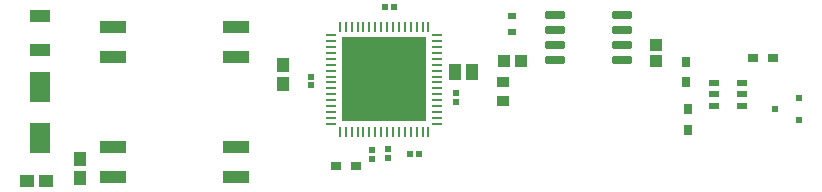
<source format=gbr>
%TF.GenerationSoftware,Altium Limited,Altium Designer,25.4.2 (15)*%
G04 Layer_Color=8421504*
%FSLAX45Y45*%
%MOMM*%
%TF.SameCoordinates,47237EEE-74C4-40EA-AC85-0918F70ECB2B*%
%TF.FilePolarity,Positive*%
%TF.FileFunction,Paste,Top*%
%TF.Part,Single*%
G01*
G75*
%TA.AperFunction,SMDPad,CuDef*%
%ADD11R,0.98000X0.92000*%
%ADD12R,0.53933X0.47247*%
G04:AMPARAMS|DCode=14|XSize=0.65mm|YSize=1.65mm|CornerRadius=0.04875mm|HoleSize=0mm|Usage=FLASHONLY|Rotation=90.000|XOffset=0mm|YOffset=0mm|HoleType=Round|Shape=RoundedRectangle|*
%AMROUNDEDRECTD14*
21,1,0.65000,1.55250,0,0,90.0*
21,1,0.55250,1.65000,0,0,90.0*
1,1,0.09750,0.77625,0.27625*
1,1,0.09750,0.77625,-0.27625*
1,1,0.09750,-0.77625,-0.27625*
1,1,0.09750,-0.77625,0.27625*
%
%ADD14ROUNDEDRECTD14*%
%ADD15R,1.04000X1.02000*%
%ADD16R,0.80000X0.60000*%
%ADD17R,1.05000X1.00000*%
%ADD18R,0.90000X0.60000*%
%ADD19R,0.80000X0.90000*%
%ADD20R,2.30000X1.00000*%
%ADD21O,0.85000X0.25000*%
%ADD22O,0.25000X0.85000*%
%ADD23R,7.20000X7.20000*%
%ADD24R,0.47247X0.53933*%
%ADD25R,0.90000X0.80000*%
%ADD26R,1.10000X1.35000*%
%ADD27R,1.01213X1.20840*%
%ADD28R,1.80000X1.00000*%
%ADD29R,1.75000X2.65000*%
%ADD30R,1.20840X1.01213*%
%ADD73R,0.60000X0.50000*%
D11*
X5003800Y900400D02*
D03*
Y1055400D02*
D03*
D12*
X4290060Y444500D02*
D03*
X4216745D02*
D03*
X4076700Y1689100D02*
D03*
X4003385D02*
D03*
D14*
X5445201Y1625600D02*
D03*
Y1498600D02*
D03*
Y1371600D02*
D03*
Y1244600D02*
D03*
X6010199Y1625600D02*
D03*
Y1498600D02*
D03*
Y1371600D02*
D03*
Y1244600D02*
D03*
D15*
X5009200Y1231900D02*
D03*
X5156200D02*
D03*
D16*
X5080000Y1484401D02*
D03*
Y1614399D02*
D03*
D17*
X6299200Y1371900D02*
D03*
Y1231900D02*
D03*
D18*
X6788800Y1047501D02*
D03*
Y952500D02*
D03*
Y857499D02*
D03*
X7028800D02*
D03*
Y952500D02*
D03*
Y1047501D02*
D03*
D19*
X6553200Y1054100D02*
D03*
Y1224102D02*
D03*
X6565900Y825500D02*
D03*
Y655498D02*
D03*
D20*
X2742799Y1270000D02*
D03*
Y1524000D02*
D03*
Y508000D02*
D03*
Y254000D02*
D03*
X1701800D02*
D03*
Y508000D02*
D03*
Y1270000D02*
D03*
Y1524000D02*
D03*
D21*
X3548598Y1454399D02*
D03*
Y1404402D02*
D03*
Y1354399D02*
D03*
Y1304402D02*
D03*
Y1254399D02*
D03*
Y1204402D02*
D03*
Y1154400D02*
D03*
Y1104402D02*
D03*
Y1054400D02*
D03*
Y1004402D02*
D03*
Y954400D02*
D03*
Y904403D02*
D03*
Y854400D02*
D03*
Y804398D02*
D03*
Y754400D02*
D03*
Y704398D02*
D03*
X4443598D02*
D03*
Y754400D02*
D03*
Y804398D02*
D03*
Y854400D02*
D03*
Y904403D02*
D03*
Y954400D02*
D03*
Y1004402D02*
D03*
Y1054400D02*
D03*
Y1104402D02*
D03*
Y1154400D02*
D03*
Y1204402D02*
D03*
Y1254399D02*
D03*
Y1304402D02*
D03*
Y1354399D02*
D03*
Y1404402D02*
D03*
Y1454399D02*
D03*
D22*
X3621100Y631901D02*
D03*
X3671098D02*
D03*
X3721100D02*
D03*
X3771102D02*
D03*
X3821100D02*
D03*
X3871102D02*
D03*
X3921100D02*
D03*
X3971102D02*
D03*
X4021099D02*
D03*
X4071102D02*
D03*
X4121099D02*
D03*
X4171102D02*
D03*
X4221099D02*
D03*
X4271101D02*
D03*
X4321099D02*
D03*
X4371101D02*
D03*
Y1526901D02*
D03*
X4321099D02*
D03*
X4271101D02*
D03*
X4221099D02*
D03*
X4171102D02*
D03*
X4121099D02*
D03*
X4071102D02*
D03*
X4021099D02*
D03*
X3971102D02*
D03*
X3921100D02*
D03*
X3871102D02*
D03*
X3821100D02*
D03*
X3771102D02*
D03*
X3721100D02*
D03*
X3671098D02*
D03*
X3621100D02*
D03*
D23*
X3996101Y1079398D02*
D03*
D24*
X3373801Y1103356D02*
D03*
Y1030041D02*
D03*
X4605701Y965098D02*
D03*
Y891784D02*
D03*
X3894501Y481056D02*
D03*
Y407741D02*
D03*
X4025885Y489859D02*
D03*
Y416545D02*
D03*
D25*
X3759200Y342900D02*
D03*
X3589198D02*
D03*
X7115901Y1257300D02*
D03*
X7285899D02*
D03*
D26*
X4599198Y1142898D02*
D03*
X4739198D02*
D03*
D27*
X3136900Y1041400D02*
D03*
Y1201776D02*
D03*
X1422400Y406400D02*
D03*
Y246024D02*
D03*
D28*
X1079500Y1332901D02*
D03*
Y1612900D02*
D03*
D29*
Y585099D02*
D03*
Y1015101D02*
D03*
D30*
X969924Y215900D02*
D03*
X1130300D02*
D03*
D73*
X7305700Y831601D02*
D03*
X7505700Y926602D02*
D03*
Y736600D02*
D03*
%TF.MD5,fbaebb51b41f5a4f9eef84aa7e35cda2*%
M02*

</source>
